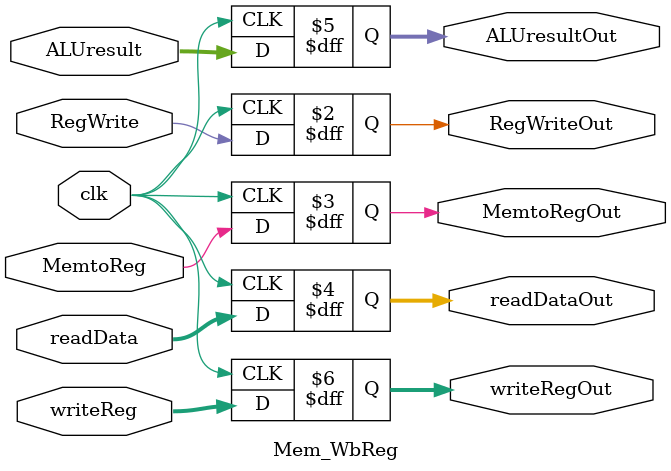
<source format=v>
module Mem_WbReg(RegWrite, MemtoReg,ALUresult,clk,readData,writeReg,RegWriteOut,MemtoRegOut,readDataOut,ALUresultOut,writeRegOut);
  
  input clk;
  input RegWrite, MemtoReg;
  input [4:0] writeReg;
  input [31:0] ALUresult, readData;
  output reg RegWriteOut, MemtoRegOut;
  output reg [31:0] readDataOut,ALUresultOut;
  output reg [4:0] writeRegOut;
  
  always@(posedge clk)
    begin
      RegWriteOut<=RegWrite;
      MemtoRegOut<=MemtoReg;
      readDataOut<=readData;
      ALUresultOut<=ALUresult;
      writeRegOut<=writeReg;
      
    end
  
  
endmodule
</source>
